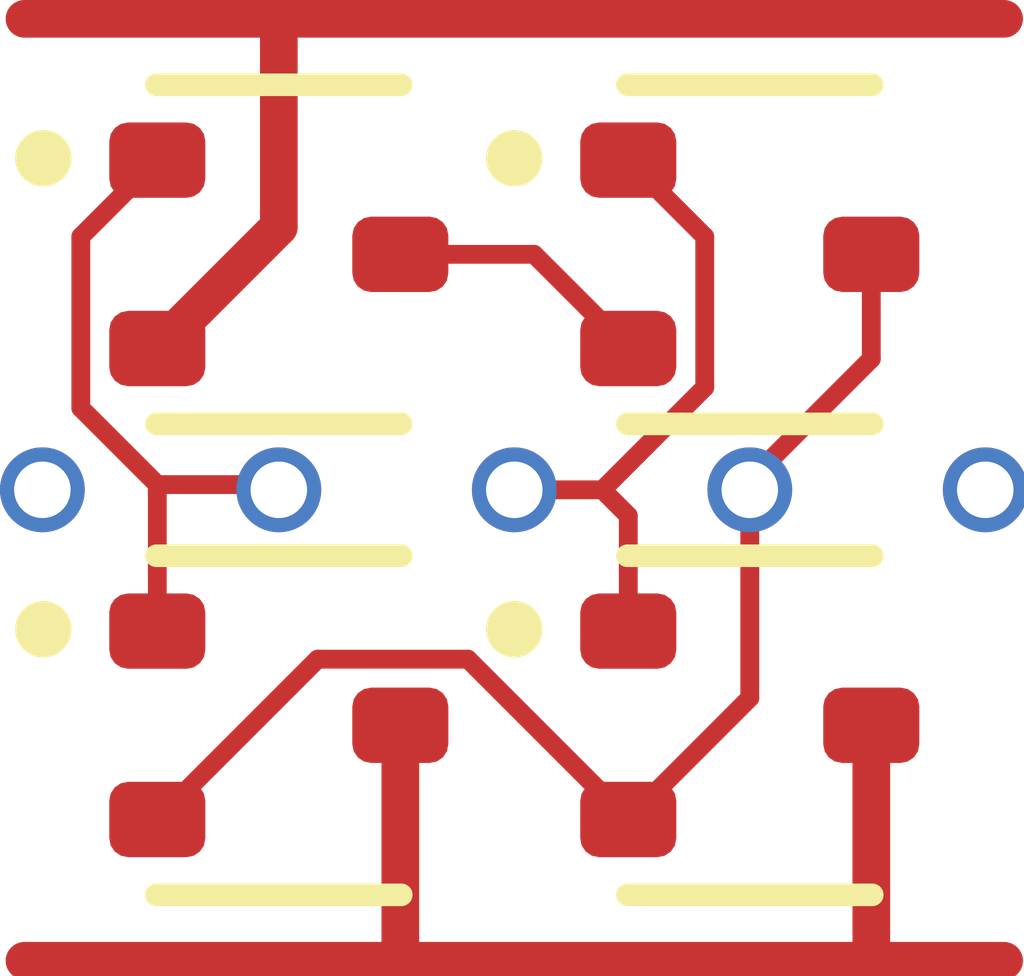
<source format=kicad_pcb>
(kicad_pcb (version 20241229) (generator "pcbnew") (generator_version "9.0")
  (layers (0 "F.Cu" signal) (2 "B.Cu" signal) (13 "F.Paste" user) (15 "B.Paste" user) (5 "F.SilkS" user "F.Silkscreen") (7 "B.SilkS" user "B.Silkscreen") (1 "F.Mask" user) (3 "B.Mask" user) (25 "Edge.Cuts" user))
  (net 0 "")
  (net 1 "Y")
  (net 2 "GND")
  (net 3 "A")
  (net 4 "VDD")
  (net 5 "Net-(Q3-D)")
  (net 6 "B")
  (footprint "Package_TO_SOT_SMD:SOT-523" (layer "F.Cu") (at 3.75 1.25)
    (property "Reference" "N2" (hide yes))
    (property "Value" "Q_NJFET_GSD" (hide yes))
    (fp_line (start 0.65 -0.9) (end -0.65 -0.9) (stroke (width 0.12)) (layer "F.SilkS"))
    (fp_line (start 0.65 0.9) (end -0.65 0.9) (stroke (width 0.12)) (layer "F.SilkS"))
    (fp_circle (center -1.25 -0.51) (end -1.1 -0.51) (fill yes) (layer "F.SilkS"))
    (pad "1" smd roundrect (at -0.645 -0.5 180) (size 0.51 0.4) (layers "F.Cu" "F.Mask" "F.Paste") (net 6 "B"))
    (pad "2" smd roundrect (at -0.645 0.5 180) (size 0.51 0.4) (layers "F.Cu" "F.Mask" "F.Paste") (net 5 "Net-(Q3-D)"))
    (pad "3" smd roundrect (at 0.645 0 180) (size 0.51 0.4) (layers "F.Cu" "F.Mask" "F.Paste") (net 1 "Y"))
  )
  (footprint "Package_TO_SOT_SMD:SOT-523" (layer "F.Cu") (at 3.75 3.75)
    (property "Reference" "P2" (hide yes))
    (property "Value" "Q_PJFET_GSD" (hide yes))
    (fp_line (start 0.65 -0.9) (end -0.65 -0.9) (stroke (width 0.12)) (layer "F.SilkS"))
    (fp_line (start 0.65 0.9) (end -0.65 0.9) (stroke (width 0.12)) (layer "F.SilkS"))
    (fp_circle (center -1.25 -0.51) (end -1.1 -0.51) (fill yes) (layer "F.SilkS"))
    (pad "1" smd roundrect (at -0.645 -0.5 180) (size 0.51 0.4) (layers "F.Cu" "F.Mask" "F.Paste") (net 6 "B"))
    (pad "2" smd roundrect (at -0.645 0.5 180) (size 0.51 0.4) (layers "F.Cu" "F.Mask" "F.Paste") (net 1 "Y"))
    (pad "3" smd roundrect (at 0.645 0 180) (size 0.51 0.4) (layers "F.Cu" "F.Mask" "F.Paste") (net 4 "VDD"))
  )
  (footprint "Package_TO_SOT_SMD:SOT-523" (layer "F.Cu") (at 1.25 1.25)
    (property "Reference" "N1" (hide yes))
    (property "Value" "Q_NJFET_GSD" (hide yes))
    (fp_line (start 0.65 -0.9) (end -0.65 -0.9) (stroke (width 0.12)) (layer "F.SilkS"))
    (fp_line (start 0.65 0.9) (end -0.65 0.9) (stroke (width 0.12)) (layer "F.SilkS"))
    (fp_circle (center -1.25 -0.51) (end -1.1 -0.51) (fill yes) (layer "F.SilkS"))
    (pad "1" smd roundrect (at -0.645 -0.5 180) (size 0.51 0.4) (layers "F.Cu" "F.Mask" "F.Paste") (net 3 "A"))
    (pad "2" smd roundrect (at -0.645 0.5 180) (size 0.51 0.4) (layers "F.Cu" "F.Mask" "F.Paste") (net 2 "GND"))
    (pad "3" smd roundrect (at 0.645 0 180) (size 0.51 0.4) (layers "F.Cu" "F.Mask" "F.Paste") (net 5 "Net-(Q3-D)"))
  )
  (footprint "Package_TO_SOT_SMD:SOT-523" (layer "F.Cu") (at 1.25 3.75)
    (property "Reference" "P1" (hide yes))
    (property "Value" "Q_PJFET_GSD" (hide yes))
    (fp_line (start 0.65 -0.9) (end -0.65 -0.9) (stroke (width 0.12)) (layer "F.SilkS"))
    (fp_line (start 0.65 0.9) (end -0.65 0.9) (stroke (width 0.12)) (layer "F.SilkS"))
    (fp_circle (center -1.25 -0.51) (end -1.1 -0.51) (fill yes) (layer "F.SilkS"))
    (pad "1" smd roundrect (at -0.645 -0.5 180) (size 0.51 0.4) (layers "F.Cu" "F.Mask" "F.Paste") (net 3 "A"))
    (pad "2" smd roundrect (at -0.645 0.5 180) (size 0.51 0.4) (layers "F.Cu" "F.Mask" "F.Paste") (net 1 "Y"))
    (pad "3" smd roundrect (at 0.645 0 180) (size 0.51 0.4) (layers "F.Cu" "F.Mask" "F.Paste") (net 4 "VDD"))
  )
  (via (at 5 2.5) (size 0.45) (drill 0.3) (layers "F.Cu" "B.Cu") (net 0))
  (via (at -0.005 2.5) (size 0.45) (drill 0.3) (layers "F.Cu" "B.Cu") (net 0))
  (segment (start 3.75 2.5) (end 3.75 2.45) (width 0.1) (layer "F.Cu") (net 1))
  (segment (start 4.395 1.805) (end 4.395 1.25) (width 0.1) (layer "F.Cu") (net 1))
  (segment (start 2.254 3.399) (end 3.105 4.25) (width 0.1) (layer "F.Cu") (net 1))
  (segment (start 1.456 3.399) (end 2.254 3.399) (width 0.1) (layer "F.Cu") (net 1))
  (segment (start 3.105 4.25) (end 3.75 3.605) (width 0.1) (layer "F.Cu") (net 1))
  (segment (start 3.75 3.605) (end 3.75 2.5) (width 0.1) (layer "F.Cu") (net 1))
  (segment (start 3.75 2.45) (end 4.395 1.805) (width 0.1) (layer "F.Cu") (net 1))
  (segment (start 0.605 4.25) (end 1.456 3.399) (width 0.1) (layer "F.Cu") (net 1))
  (via (at 3.75 2.5) (size 0.45) (drill 0.3) (layers "F.Cu" "B.Cu") (net 1))
  (segment (start 1.25 1.105) (end 1.25 0) (width 0.2) (layer "F.Cu") (net 2))
  (segment (start 1.25 0) (end 5.1 0) (width 0.2) (layer "F.Cu") (net 2))
  (segment (start -0.1 0) (end 1.25 0) (width 0.2) (layer "F.Cu") (net 2))
  (segment (start 0.605 1.75) (end 1.25 1.105) (width 0.2) (layer "F.Cu") (net 2))
  (segment (start 0.605 2.472189) (end 1.222189 2.472189) (width 0.1) (layer "F.Cu") (net 3))
  (segment (start 1.222189 2.472189) (end 1.25 2.5) (width 0.1) (layer "F.Cu") (net 3))
  (segment (start 0.199 2.066189) (end 0.605 2.472189) (width 0.1) (layer "F.Cu") (net 3))
  (segment (start 0.199 1.156) (end 0.199 2.066189) (width 0.1) (layer "F.Cu") (net 3))
  (segment (start 0.605 0.75) (end 0.199 1.156) (width 0.1) (layer "F.Cu") (net 3))
  (segment (start 0.605 2.472189) (end 0.605 3.25) (width 0.1) (layer "F.Cu") (net 3))
  (via (at 1.25 2.5) (size 0.45) (drill 0.3) (layers "F.Cu" "B.Cu") (net 3))
  (segment (start -0.1 5) (end 1.9 5) (width 0.2) (layer "F.Cu") (net 4))
  (segment (start 4.4 5) (end 5.1 5) (width 0.2) (layer "F.Cu") (net 4))
  (segment (start 1.9 5) (end 4.4 5) (width 0.2) (layer "F.Cu") (net 4))
  (segment (start 1.895 4.995) (end 1.9 5) (width 0.2) (layer "F.Cu") (net 4))
  (segment (start 4.395 3.75) (end 4.395 4.995) (width 0.2) (layer "F.Cu") (net 4))
  (segment (start 4.395 4.995) (end 4.4 5) (width 0.2) (layer "F.Cu") (net 4))
  (segment (start 1.895 3.75) (end 1.895 4.995) (width 0.2) (layer "F.Cu") (net 4))
  (segment (start 1.895 1.25) (end 2.605 1.25) (width 0.1) (layer "F.Cu") (net 5))
  (segment (start 2.605 1.25) (end 3.105 1.75) (width 0.1) (layer "F.Cu") (net 5))
  (segment (start 3.105 2.637262) (end 2.967738 2.5) (width 0.1) (layer "F.Cu") (net 6))
  (segment (start 3.105 3.25) (end 3.105 2.637262) (width 0.1) (layer "F.Cu") (net 6))
  (segment (start 3.511 1.956738) (end 2.967738 2.5) (width 0.1) (layer "F.Cu") (net 6))
  (segment (start 3.511 1.156) (end 3.511 1.956738) (width 0.1) (layer "F.Cu") (net 6))
  (segment (start 3.105 0.75) (end 3.511 1.156) (width 0.1) (layer "F.Cu") (net 6))
  (segment (start 2.967738 2.5) (end 2.5 2.5) (width 0.1) (layer "F.Cu") (net 6))
  (via (at 2.5 2.5) (size 0.45) (drill 0.3) (layers "F.Cu" "B.Cu") (net 6))
)
</source>
